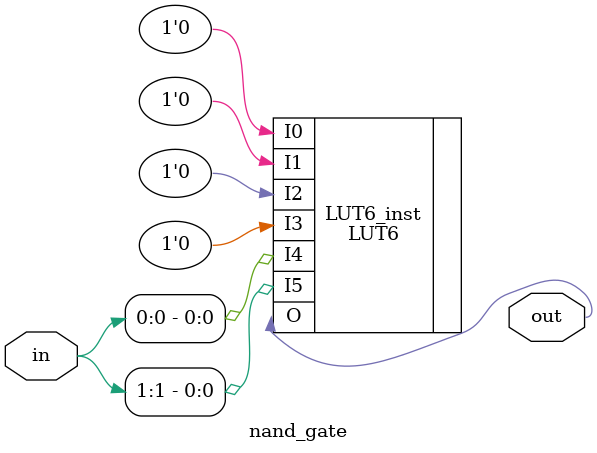
<source format=v>
`timescale 1ns / 1ps
module nand_gate (input [1:0] 	in,	//	NAND input.
		          output 	    out	//	NAND output.
    );
	
//	Instantiation lookup table:
	LUT6 #(
		.INIT(64'h0000FFFFFFFFFFFF)
	) LUT6_inst (
		.O(out),
		.I0(1'b0),
		.I1(1'b0),
		.I2(1'b0),
		.I3(1'b0),
		.I4(in[0]),
		.I5(in[1])
	);
endmodule

</source>
